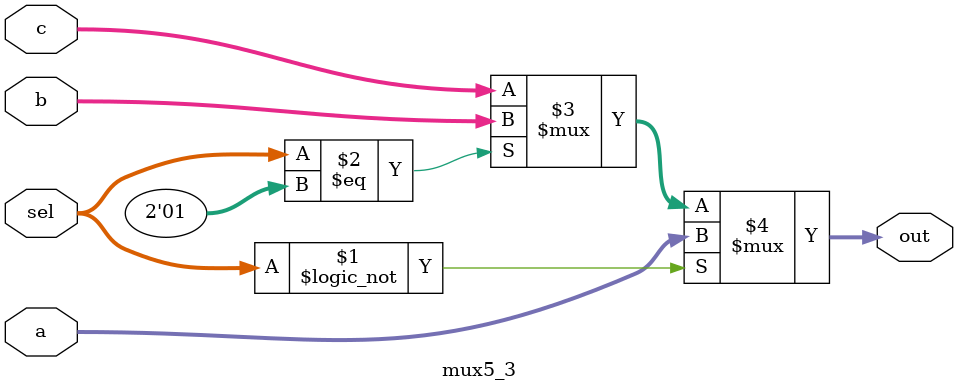
<source format=v>
module mux32_2(a,b,sel,out);
  input   [31:0]    a;
  input   [31:0]    b;
  input             sel;
  output  [31:0]    out;
  
  assign out=sel?b:a;
  
endmodule


module mux32_3(a,b,c,sel,out);
  input   [31:0]    a;
  input   [31:0]    b;
  input   [31:0]    c;
  input   [1:0]     sel;
  output  [31:0]    out;
  
  assign out= sel==2'b00 ? a:sel==2'b01 ? b:c;
  
endmodule


module mux5_3(a,b,c,sel,out);
  input   [4:0]    a;
  input   [4:0]    b;
  input   [4:0]    c;
  input   [1:0]    sel;
  output  [4:0]    out;
  
  assign out= sel==2'b00 ? a:sel==2'b01 ? b:c;
  
endmodule

</source>
